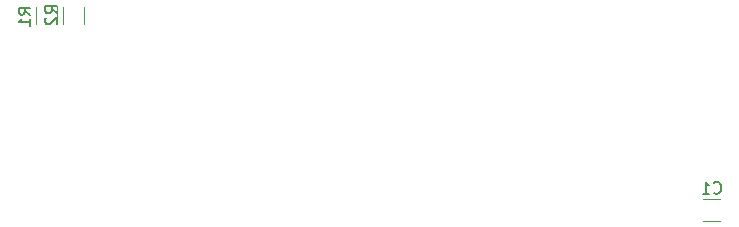
<source format=gbr>
%TF.GenerationSoftware,KiCad,Pcbnew,7.0.9-7.0.9~ubuntu20.04.1*%
%TF.CreationDate,2023-12-27T13:11:39+01:00*%
%TF.ProjectId,6303X_SDIP_Addon,36333033-585f-4534-9449-505f4164646f,rev?*%
%TF.SameCoordinates,Original*%
%TF.FileFunction,Legend,Bot*%
%TF.FilePolarity,Positive*%
%FSLAX46Y46*%
G04 Gerber Fmt 4.6, Leading zero omitted, Abs format (unit mm)*
G04 Created by KiCad (PCBNEW 7.0.9-7.0.9~ubuntu20.04.1) date 2023-12-27 13:11:39*
%MOMM*%
%LPD*%
G01*
G04 APERTURE LIST*
%ADD10C,0.150000*%
%ADD11C,0.120000*%
G04 APERTURE END LIST*
D10*
X219584166Y-54135580D02*
X219631785Y-54183200D01*
X219631785Y-54183200D02*
X219774642Y-54230819D01*
X219774642Y-54230819D02*
X219869880Y-54230819D01*
X219869880Y-54230819D02*
X220012737Y-54183200D01*
X220012737Y-54183200D02*
X220107975Y-54087961D01*
X220107975Y-54087961D02*
X220155594Y-53992723D01*
X220155594Y-53992723D02*
X220203213Y-53802247D01*
X220203213Y-53802247D02*
X220203213Y-53659390D01*
X220203213Y-53659390D02*
X220155594Y-53468914D01*
X220155594Y-53468914D02*
X220107975Y-53373676D01*
X220107975Y-53373676D02*
X220012737Y-53278438D01*
X220012737Y-53278438D02*
X219869880Y-53230819D01*
X219869880Y-53230819D02*
X219774642Y-53230819D01*
X219774642Y-53230819D02*
X219631785Y-53278438D01*
X219631785Y-53278438D02*
X219584166Y-53326057D01*
X218631785Y-54230819D02*
X219203213Y-54230819D01*
X218917499Y-54230819D02*
X218917499Y-53230819D01*
X218917499Y-53230819D02*
X219012737Y-53373676D01*
X219012737Y-53373676D02*
X219107975Y-53468914D01*
X219107975Y-53468914D02*
X219203213Y-53516533D01*
X161716419Y-39064933D02*
X161240228Y-38731600D01*
X161716419Y-38493505D02*
X160716419Y-38493505D01*
X160716419Y-38493505D02*
X160716419Y-38874457D01*
X160716419Y-38874457D02*
X160764038Y-38969695D01*
X160764038Y-38969695D02*
X160811657Y-39017314D01*
X160811657Y-39017314D02*
X160906895Y-39064933D01*
X160906895Y-39064933D02*
X161049752Y-39064933D01*
X161049752Y-39064933D02*
X161144990Y-39017314D01*
X161144990Y-39017314D02*
X161192609Y-38969695D01*
X161192609Y-38969695D02*
X161240228Y-38874457D01*
X161240228Y-38874457D02*
X161240228Y-38493505D01*
X161716419Y-40017314D02*
X161716419Y-39445886D01*
X161716419Y-39731600D02*
X160716419Y-39731600D01*
X160716419Y-39731600D02*
X160859276Y-39636362D01*
X160859276Y-39636362D02*
X160954514Y-39541124D01*
X160954514Y-39541124D02*
X161002133Y-39445886D01*
X163988819Y-38949333D02*
X163512628Y-38616000D01*
X163988819Y-38377905D02*
X162988819Y-38377905D01*
X162988819Y-38377905D02*
X162988819Y-38758857D01*
X162988819Y-38758857D02*
X163036438Y-38854095D01*
X163036438Y-38854095D02*
X163084057Y-38901714D01*
X163084057Y-38901714D02*
X163179295Y-38949333D01*
X163179295Y-38949333D02*
X163322152Y-38949333D01*
X163322152Y-38949333D02*
X163417390Y-38901714D01*
X163417390Y-38901714D02*
X163465009Y-38854095D01*
X163465009Y-38854095D02*
X163512628Y-38758857D01*
X163512628Y-38758857D02*
X163512628Y-38377905D01*
X163084057Y-39330286D02*
X163036438Y-39377905D01*
X163036438Y-39377905D02*
X162988819Y-39473143D01*
X162988819Y-39473143D02*
X162988819Y-39711238D01*
X162988819Y-39711238D02*
X163036438Y-39806476D01*
X163036438Y-39806476D02*
X163084057Y-39854095D01*
X163084057Y-39854095D02*
X163179295Y-39901714D01*
X163179295Y-39901714D02*
X163274533Y-39901714D01*
X163274533Y-39901714D02*
X163417390Y-39854095D01*
X163417390Y-39854095D02*
X163988819Y-39282667D01*
X163988819Y-39282667D02*
X163988819Y-39901714D01*
D11*
%TO.C,C1*%
X220128752Y-56536000D02*
X218706248Y-56536000D01*
X220128752Y-54716000D02*
X218706248Y-54716000D01*
%TO.C,R1*%
X163978000Y-38388936D02*
X163978000Y-39843064D01*
X162158000Y-38388936D02*
X162158000Y-39843064D01*
%TO.C,R2*%
X166264000Y-38388936D02*
X166264000Y-39843064D01*
X164444000Y-38388936D02*
X164444000Y-39843064D01*
%TD*%
M02*

</source>
